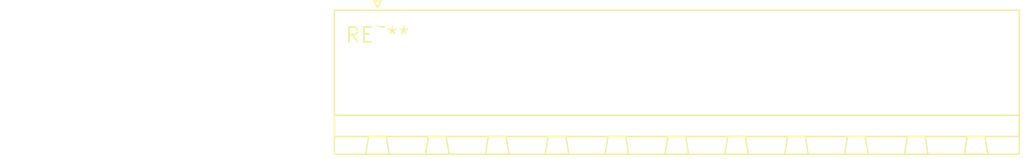
<source format=kicad_pcb>
(kicad_pcb (version 20240108) (generator pcbnew)
  (layers (0 "F.Cu" signal) (31 "B.Cu" signal) (34 "B.Paste" user) (35 "F.Paste" user) (36 "B.SilkS" user "B.Silkscreen") (37 "F.SilkS" user "F.Silkscreen") (38 "B.Mask" user) (39 "F.Mask" user) (44 "Edge.Cuts" user))
  (net 0 "")
  (footprint "PhoenixContact_MSTBA_2,5_11-G-5,08_1x11_P5.08mm_Horizontal" (layer "F.Cu") (at 0 0)
    (property "Reference" "REF**")
    (property "Value" "PhoenixContact_MSTBA_2,5_11-G-5,08_1x11_P5.08mm_Horizontal")
    (fp_line (start -3.65 -2.11) (end -3.65 10.11) (layer "F.SilkS") (stroke (width 0.12)))
    (fp_line (start -3.65 6.81) (end 54.45 6.81) (layer "F.SilkS") (stroke (width 0.12)))
    (fp_line (start -3.65 8.61) (end -3.65 6.81) (layer "F.SilkS") (stroke (width 0.12)))
    (fp_line (start -3.65 10.11) (end 54.45 10.11) (layer "F.SilkS") (stroke (width 0.12)))
    (fp_line (start -1 10.11) (end 1 10.11) (layer "F.SilkS") (stroke (width 0.12)))
    (fp_line (start -0.75 8.61) (end -1 10.11) (layer "F.SilkS") (stroke (width 0.12)))
    (fp_line (start -0.3 -2.91) (end 0.3 -2.91) (layer "F.SilkS") (stroke (width 0.12)))
    (fp_line (start 0 -2.31) (end -0.3 -2.91) (layer "F.SilkS") (stroke (width 0.12)))
    (fp_line (start 0.3 -2.91) (end 0 -2.31) (layer "F.SilkS") (stroke (width 0.12)))
    (fp_line (start 0.75 8.61) (end -0.75 8.61) (layer "F.SilkS") (stroke (width 0.12)))
    (fp_line (start 1 10.11) (end 0.75 8.61) (layer "F.SilkS") (stroke (width 0.12)))
    (fp_line (start 4.08 10.11) (end 6.08 10.11) (layer "F.SilkS") (stroke (width 0.12)))
    (fp_line (start 4.33 8.61) (end 4.08 10.11) (layer "F.SilkS") (stroke (width 0.12)))
    (fp_line (start 5.83 8.61) (end 4.33 8.61) (layer "F.SilkS") (stroke (width 0.12)))
    (fp_line (start 6.08 10.11) (end 5.83 8.61) (layer "F.SilkS") (stroke (width 0.12)))
    (fp_line (start 9.16 10.11) (end 11.16 10.11) (layer "F.SilkS") (stroke (width 0.12)))
    (fp_line (start 9.41 8.61) (end 9.16 10.11) (layer "F.SilkS") (stroke (width 0.12)))
    (fp_line (start 10.91 8.61) (end 9.41 8.61) (layer "F.SilkS") (stroke (width 0.12)))
    (fp_line (start 11.16 10.11) (end 10.91 8.61) (layer "F.SilkS") (stroke (width 0.12)))
    (fp_line (start 14.24 10.11) (end 16.24 10.11) (layer "F.SilkS") (stroke (width 0.12)))
    (fp_line (start 14.49 8.61) (end 14.24 10.11) (layer "F.SilkS") (stroke (width 0.12)))
    (fp_line (start 15.99 8.61) (end 14.49 8.61) (layer "F.SilkS") (stroke (width 0.12)))
    (fp_line (start 16.24 10.11) (end 15.99 8.61) (layer "F.SilkS") (stroke (width 0.12)))
    (fp_line (start 19.32 10.11) (end 21.32 10.11) (layer "F.SilkS") (stroke (width 0.12)))
    (fp_line (start 19.57 8.61) (end 19.32 10.11) (layer "F.SilkS") (stroke (width 0.12)))
    (fp_line (start 21.07 8.61) (end 19.57 8.61) (layer "F.SilkS") (stroke (width 0.12)))
    (fp_line (start 21.32 10.11) (end 21.07 8.61) (layer "F.SilkS") (stroke (width 0.12)))
    (fp_line (start 24.4 10.11) (end 26.4 10.11) (layer "F.SilkS") (stroke (width 0.12)))
    (fp_line (start 24.65 8.61) (end 24.4 10.11) (layer "F.SilkS") (stroke (width 0.12)))
    (fp_line (start 26.15 8.61) (end 24.65 8.61) (layer "F.SilkS") (stroke (width 0.12)))
    (fp_line (start 26.4 10.11) (end 26.15 8.61) (layer "F.SilkS") (stroke (width 0.12)))
    (fp_line (start 29.48 10.11) (end 31.48 10.11) (layer "F.SilkS") (stroke (width 0.12)))
    (fp_line (start 29.73 8.61) (end 29.48 10.11) (layer "F.SilkS") (stroke (width 0.12)))
    (fp_line (start 31.23 8.61) (end 29.73 8.61) (layer "F.SilkS") (stroke (width 0.12)))
    (fp_line (start 31.48 10.11) (end 31.23 8.61) (layer "F.SilkS") (stroke (width 0.12)))
    (fp_line (start 34.56 10.11) (end 36.56 10.11) (layer "F.SilkS") (stroke (width 0.12)))
    (fp_line (start 34.81 8.61) (end 34.56 10.11) (layer "F.SilkS") (stroke (width 0.12)))
    (fp_line (start 36.31 8.61) (end 34.81 8.61) (layer "F.SilkS") (stroke (width 0.12)))
    (fp_line (start 36.56 10.11) (end 36.31 8.61) (layer "F.SilkS") (stroke (width 0.12)))
    (fp_line (start 39.64 10.11) (end 41.64 10.11) (layer "F.SilkS") (stroke (width 0.12)))
    (fp_line (start 39.89 8.61) (end 39.64 10.11) (layer "F.SilkS") (stroke (width 0.12)))
    (fp_line (start 41.39 8.61) (end 39.89 8.61) (layer "F.SilkS") (stroke (width 0.12)))
    (fp_line (start 41.64 10.11) (end 41.39 8.61) (layer "F.SilkS") (stroke (width 0.12)))
    (fp_line (start 44.72 10.11) (end 46.72 10.11) (layer "F.SilkS") (stroke (width 0.12)))
    (fp_line (start 44.97 8.61) (end 44.72 10.11) (layer "F.SilkS") (stroke (width 0.12)))
    (fp_line (start 46.47 8.61) (end 44.97 8.61) (layer "F.SilkS") (stroke (width 0.12)))
    (fp_line (start 46.72 10.11) (end 46.47 8.61) (layer "F.SilkS") (stroke (width 0.12)))
    (fp_line (start 49.8 10.11) (end 51.8 10.11) (layer "F.SilkS") (stroke (width 0.12)))
    (fp_line (start 50.05 8.61) (end 49.8 10.11) (layer "F.SilkS") (stroke (width 0.12)))
    (fp_line (start 51.55 8.61) (end 50.05 8.61) (layer "F.SilkS") (stroke (width 0.12)))
    (fp_line (start 51.8 10.11) (end 51.55 8.61) (layer "F.SilkS") (stroke (width 0.12)))
    (fp_line (start 54.45 -2.11) (end -3.65 -2.11) (layer "F.SilkS") (stroke (width 0.12)))
    (fp_line (start 54.45 6.81) (end 54.45 8.61) (layer "F.SilkS") (stroke (width 0.12)))
    (fp_line (start 54.45 8.61) (end -3.65 8.61) (layer "F.SilkS") (stroke (width 0.12)))
    (fp_line (start 54.45 10.11) (end 54.45 -2.11) (layer "F.SilkS") (stroke (width 0.12)))
    (pad "1" thru_hole roundrect (at 0 0) (size 2.08 3.6) (drill 1.4) (layers *.Cu *.Mask) (remove_unused_layers) (roundrect_rratio 0.120192))
    (pad "2" thru_hole oval (at 5.08 0) (size 2.08 3.6) (drill 1.4) (layers *.Cu *.Mask) (remove_unused_layers))
    (pad "3" thru_hole oval (at 10.16 0) (size 2.08 3.6) (drill 1.4) (layers *.Cu *.Mask) (remove_unused_layers))
    (pad "4" thru_hole oval (at 15.24 0) (size 2.08 3.6) (drill 1.4) (layers *.Cu *.Mask) (remove_unused_layers))
    (pad "5" thru_hole oval (at 20.32 0) (size 2.08 3.6) (drill 1.4) (layers *.Cu *.Mask) (remove_unused_layers))
    (pad "6" thru_hole oval (at 25.4 0) (size 2.08 3.6) (drill 1.4) (layers *.Cu *.Mask) (remove_unused_layers))
    (pad "7" thru_hole oval (at 30.48 0) (size 2.08 3.6) (drill 1.4) (layers *.Cu *.Mask) (remove_unused_layers))
    (pad "8" thru_hole oval (at 35.56 0) (size 2.08 3.6) (drill 1.4) (layers *.Cu *.Mask) (remove_unused_layers))
    (pad "9" thru_hole oval (at 40.64 0) (size 2.08 3.6) (drill 1.4) (layers *.Cu *.Mask) (remove_unused_layers))
    (pad "10" thru_hole oval (at 45.72 0) (size 2.08 3.6) (drill 1.4) (layers *.Cu *.Mask) (remove_unused_layers))
    (pad "11" thru_hole oval (at 50.8 0) (size 2.08 3.6) (drill 1.4) (layers *.Cu *.Mask) (remove_unused_layers))
  )
)
</source>
